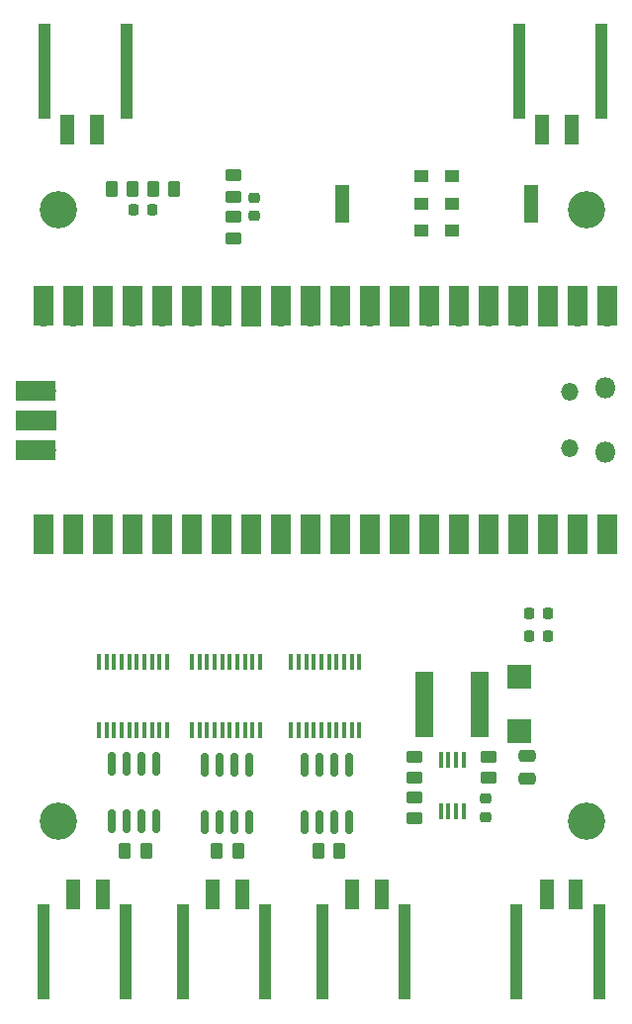
<source format=gts>
%TF.GenerationSoftware,KiCad,Pcbnew,(6.0.5-0)*%
%TF.CreationDate,2022-05-30T23:28:05+01:00*%
%TF.ProjectId,bms,626d732e-6b69-4636-9164-5f7063625858,rev?*%
%TF.SameCoordinates,Original*%
%TF.FileFunction,Soldermask,Top*%
%TF.FilePolarity,Negative*%
%FSLAX46Y46*%
G04 Gerber Fmt 4.6, Leading zero omitted, Abs format (unit mm)*
G04 Created by KiCad (PCBNEW (6.0.5-0)) date 2022-05-30 23:28:05*
%MOMM*%
%LPD*%
G01*
G04 APERTURE LIST*
G04 Aperture macros list*
%AMRoundRect*
0 Rectangle with rounded corners*
0 $1 Rounding radius*
0 $2 $3 $4 $5 $6 $7 $8 $9 X,Y pos of 4 corners*
0 Add a 4 corners polygon primitive as box body*
4,1,4,$2,$3,$4,$5,$6,$7,$8,$9,$2,$3,0*
0 Add four circle primitives for the rounded corners*
1,1,$1+$1,$2,$3*
1,1,$1+$1,$4,$5*
1,1,$1+$1,$6,$7*
1,1,$1+$1,$8,$9*
0 Add four rect primitives between the rounded corners*
20,1,$1+$1,$2,$3,$4,$5,0*
20,1,$1+$1,$4,$5,$6,$7,0*
20,1,$1+$1,$6,$7,$8,$9,0*
20,1,$1+$1,$8,$9,$2,$3,0*%
G04 Aperture macros list end*
%ADD10R,1.240000X2.500000*%
%ADD11R,1.100000X8.200000*%
%ADD12R,0.450000X1.400000*%
%ADD13R,0.450000X1.475000*%
%ADD14R,1.200000X1.000000*%
%ADD15R,1.200000X3.300000*%
%ADD16RoundRect,0.250000X-0.450000X0.262500X-0.450000X-0.262500X0.450000X-0.262500X0.450000X0.262500X0*%
%ADD17RoundRect,0.250000X-0.262500X-0.450000X0.262500X-0.450000X0.262500X0.450000X-0.262500X0.450000X0*%
%ADD18RoundRect,0.250000X0.450000X-0.262500X0.450000X0.262500X-0.450000X0.262500X-0.450000X-0.262500X0*%
%ADD19RoundRect,0.150000X-0.150000X0.825000X-0.150000X-0.825000X0.150000X-0.825000X0.150000X0.825000X0*%
%ADD20C,3.200000*%
%ADD21RoundRect,0.225000X-0.250000X0.225000X-0.250000X-0.225000X0.250000X-0.225000X0.250000X0.225000X0*%
%ADD22R,2.049780X2.049780*%
%ADD23R,3.500000X1.700000*%
%ADD24O,1.700000X1.700000*%
%ADD25R,1.700000X1.700000*%
%ADD26R,1.700000X3.500000*%
%ADD27O,1.800000X1.800000*%
%ADD28O,1.500000X1.500000*%
%ADD29RoundRect,0.225000X-0.225000X-0.250000X0.225000X-0.250000X0.225000X0.250000X-0.225000X0.250000X0*%
%ADD30RoundRect,0.225000X0.250000X-0.225000X0.250000X0.225000X-0.250000X0.225000X-0.250000X-0.225000X0*%
%ADD31RoundRect,0.250000X-0.475000X0.250000X-0.475000X-0.250000X0.475000X-0.250000X0.475000X0.250000X0*%
%ADD32R,1.600000X5.700000*%
G04 APERTURE END LIST*
D10*
%TO.C,J6*%
X115082000Y-92456000D03*
X117582000Y-92456000D03*
D11*
X113112000Y-87526000D03*
X120152000Y-87526000D03*
%TD*%
D10*
%TO.C,J5*%
X74442000Y-92456000D03*
X76942000Y-92456000D03*
D11*
X72472000Y-87526000D03*
X79512000Y-87526000D03*
%TD*%
D10*
%TO.C,J4*%
X77471000Y-157908000D03*
X74971000Y-157908000D03*
D11*
X79441000Y-162838000D03*
X72401000Y-162838000D03*
%TD*%
D10*
%TO.C,J3*%
X101326000Y-157908000D03*
X98826000Y-157908000D03*
D11*
X103296000Y-162838000D03*
X96256000Y-162838000D03*
%TD*%
D10*
%TO.C,J2*%
X89388000Y-157908000D03*
X86888000Y-157908000D03*
D11*
X91358000Y-162838000D03*
X84318000Y-162838000D03*
%TD*%
D10*
%TO.C,J1*%
X117984000Y-157908000D03*
X115484000Y-157908000D03*
D11*
X119954000Y-162838000D03*
X112914000Y-162838000D03*
%TD*%
D12*
%TO.C,IC9*%
X106403000Y-150790000D03*
X107053000Y-150790000D03*
X107703000Y-150790000D03*
X108353000Y-150790000D03*
X108353000Y-146390000D03*
X107703000Y-146390000D03*
X107053000Y-146390000D03*
X106403000Y-146390000D03*
%TD*%
D13*
%TO.C,IC5*%
X77154469Y-143908000D03*
X77804469Y-143908000D03*
X78454469Y-143908000D03*
X79104469Y-143908000D03*
X79754469Y-143908000D03*
X80404469Y-143908000D03*
X81054469Y-143908000D03*
X81704469Y-143908000D03*
X82354469Y-143908000D03*
X83004469Y-143908000D03*
X83004469Y-138032000D03*
X82354469Y-138032000D03*
X81704469Y-138032000D03*
X81054469Y-138032000D03*
X80404469Y-138032000D03*
X79754469Y-138032000D03*
X79104469Y-138032000D03*
X78454469Y-138032000D03*
X77804469Y-138032000D03*
X77154469Y-138032000D03*
%TD*%
%TO.C,IC4*%
X93595000Y-143908000D03*
X94245000Y-143908000D03*
X94895000Y-143908000D03*
X95545000Y-143908000D03*
X96195000Y-143908000D03*
X96845000Y-143908000D03*
X97495000Y-143908000D03*
X98145000Y-143908000D03*
X98795000Y-143908000D03*
X99445000Y-143908000D03*
X99445000Y-138032000D03*
X98795000Y-138032000D03*
X98145000Y-138032000D03*
X97495000Y-138032000D03*
X96845000Y-138032000D03*
X96195000Y-138032000D03*
X95545000Y-138032000D03*
X94895000Y-138032000D03*
X94245000Y-138032000D03*
X93595000Y-138032000D03*
%TD*%
%TO.C,IC3*%
X85095011Y-143908000D03*
X85745011Y-143908000D03*
X86395011Y-143908000D03*
X87045011Y-143908000D03*
X87695011Y-143908000D03*
X88345011Y-143908000D03*
X88995011Y-143908000D03*
X89645011Y-143908000D03*
X90295011Y-143908000D03*
X90945011Y-143908000D03*
X90945011Y-138032000D03*
X90295011Y-138032000D03*
X89645011Y-138032000D03*
X88995011Y-138032000D03*
X88345011Y-138032000D03*
X87695011Y-138032000D03*
X87045011Y-138032000D03*
X86395011Y-138032000D03*
X85745011Y-138032000D03*
X85095011Y-138032000D03*
%TD*%
D14*
%TO.C,IC2*%
X104746000Y-101106000D03*
X104746000Y-98806000D03*
X104746000Y-96506000D03*
D15*
X97946000Y-98806000D03*
%TD*%
D14*
%TO.C,IC1*%
X107344000Y-96506000D03*
X107344000Y-98806000D03*
X107344000Y-101106000D03*
D15*
X114144000Y-98806000D03*
%TD*%
D16*
%TO.C,R7*%
X88646000Y-99938500D03*
X88646000Y-101763500D03*
%TD*%
D17*
%TO.C,R6*%
X83613000Y-97536000D03*
X81788000Y-97536000D03*
%TD*%
D16*
%TO.C,R5*%
X88646000Y-96382500D03*
X88646000Y-98207500D03*
%TD*%
D17*
%TO.C,R4*%
X80057000Y-97536000D03*
X78232000Y-97536000D03*
%TD*%
D16*
%TO.C,R3*%
X104140000Y-149606000D03*
X104140000Y-151431000D03*
%TD*%
%TO.C,R2*%
X110490000Y-146153500D03*
X110490000Y-147978500D03*
%TD*%
D18*
%TO.C,R1*%
X104140000Y-147978500D03*
X104140000Y-146153500D03*
%TD*%
D17*
%TO.C,R10*%
X79351500Y-154178000D03*
X81176500Y-154178000D03*
%TD*%
%TO.C,R9*%
X95914509Y-154178000D03*
X97739509Y-154178000D03*
%TD*%
%TO.C,R8*%
X87221542Y-154178000D03*
X89046542Y-154178000D03*
%TD*%
D19*
%TO.C,IC7*%
X98605009Y-146808249D03*
X97335009Y-146808249D03*
X96065009Y-146808249D03*
X94795009Y-146808249D03*
X94795009Y-151758249D03*
X96065009Y-151758249D03*
X97335009Y-151758249D03*
X98605009Y-151758249D03*
%TD*%
D20*
%TO.C,H2*%
X118872000Y-99314000D03*
%TD*%
%TO.C,H3*%
X118872000Y-151638000D03*
%TD*%
D19*
%TO.C,IC8*%
X90039042Y-151758249D03*
X88769042Y-151758249D03*
X87499042Y-151758249D03*
X86229042Y-151758249D03*
X86229042Y-146808249D03*
X87499042Y-146808249D03*
X88769042Y-146808249D03*
X90039042Y-146808249D03*
%TD*%
D21*
%TO.C,C6*%
X90424000Y-98298000D03*
X90424000Y-99848000D03*
%TD*%
D22*
%TO.C,D1*%
X113093000Y-143936200D03*
X113093000Y-139338800D03*
%TD*%
D23*
%TO.C,U8*%
X71720000Y-119888000D03*
D24*
X72620000Y-119888000D03*
D23*
X71720000Y-117348000D03*
D25*
X72620000Y-117348000D03*
D24*
X72620000Y-114808000D03*
D23*
X71720000Y-114808000D03*
D24*
X120650000Y-126238000D03*
D26*
X120650000Y-127138000D03*
X118110000Y-127138000D03*
D24*
X118110000Y-126238000D03*
D25*
X115570000Y-126238000D03*
D26*
X115570000Y-127138000D03*
D24*
X113030000Y-126238000D03*
D26*
X113030000Y-127138000D03*
X110490000Y-127138000D03*
D24*
X110490000Y-126238000D03*
D26*
X107950000Y-127138000D03*
D24*
X107950000Y-126238000D03*
X105410000Y-126238000D03*
D26*
X105410000Y-127138000D03*
X102870000Y-127138000D03*
D25*
X102870000Y-126238000D03*
D24*
X100330000Y-126238000D03*
D26*
X100330000Y-127138000D03*
D24*
X97790000Y-126238000D03*
D26*
X97790000Y-127138000D03*
X95250000Y-127138000D03*
D24*
X95250000Y-126238000D03*
D26*
X92710000Y-127138000D03*
D24*
X92710000Y-126238000D03*
D26*
X90170000Y-127138000D03*
D25*
X90170000Y-126238000D03*
D26*
X87630000Y-127138000D03*
D24*
X87630000Y-126238000D03*
X85090000Y-126238000D03*
D26*
X85090000Y-127138000D03*
D24*
X82550000Y-126238000D03*
D26*
X82550000Y-127138000D03*
D24*
X80010000Y-126238000D03*
D26*
X80010000Y-127138000D03*
X77470000Y-127138000D03*
D25*
X77470000Y-126238000D03*
D24*
X74930000Y-126238000D03*
D26*
X74930000Y-127138000D03*
D24*
X72390000Y-126238000D03*
D26*
X72390000Y-127138000D03*
X72390000Y-107558000D03*
D24*
X72390000Y-108458000D03*
X74930000Y-108458000D03*
D26*
X74930000Y-107558000D03*
D25*
X77470000Y-108458000D03*
D26*
X77470000Y-107558000D03*
X80010000Y-107558000D03*
D24*
X80010000Y-108458000D03*
X82550000Y-108458000D03*
D26*
X82550000Y-107558000D03*
X85090000Y-107558000D03*
D24*
X85090000Y-108458000D03*
X87630000Y-108458000D03*
D26*
X87630000Y-107558000D03*
D25*
X90170000Y-108458000D03*
D26*
X90170000Y-107558000D03*
D24*
X92710000Y-108458000D03*
D26*
X92710000Y-107558000D03*
D24*
X95250000Y-108458000D03*
D26*
X95250000Y-107558000D03*
D24*
X97790000Y-108458000D03*
D26*
X97790000Y-107558000D03*
X100330000Y-107558000D03*
D24*
X100330000Y-108458000D03*
D26*
X102870000Y-107558000D03*
D25*
X102870000Y-108458000D03*
D24*
X105410000Y-108458000D03*
D26*
X105410000Y-107558000D03*
X107950000Y-107558000D03*
D24*
X107950000Y-108458000D03*
X110490000Y-108458000D03*
D26*
X110490000Y-107558000D03*
X113030000Y-107558000D03*
D24*
X113030000Y-108458000D03*
D25*
X115570000Y-108458000D03*
D26*
X115570000Y-107558000D03*
D24*
X118110000Y-108458000D03*
D26*
X118110000Y-107558000D03*
D24*
X120650000Y-108458000D03*
D26*
X120650000Y-107558000D03*
D27*
X120520000Y-120073000D03*
X120520000Y-114623000D03*
D28*
X117490000Y-119773000D03*
X117490000Y-114923000D03*
%TD*%
D29*
%TO.C,C2*%
X114020000Y-133921500D03*
X115570000Y-133921500D03*
%TD*%
D30*
%TO.C,C1*%
X110236000Y-151302500D03*
X110236000Y-149752500D03*
%TD*%
D19*
%TO.C,IC6*%
X82042000Y-146750000D03*
X80772000Y-146750000D03*
X79502000Y-146750000D03*
X78232000Y-146750000D03*
X78232000Y-151700000D03*
X79502000Y-151700000D03*
X80772000Y-151700000D03*
X82042000Y-151700000D03*
%TD*%
D29*
%TO.C,C3*%
X114020000Y-135826500D03*
X115570000Y-135826500D03*
%TD*%
D20*
%TO.C,H4*%
X73660000Y-151638000D03*
%TD*%
D31*
%TO.C,C4*%
X113792000Y-146116000D03*
X113792000Y-148016000D03*
%TD*%
D29*
%TO.C,C5*%
X81697500Y-99314000D03*
X80147500Y-99314000D03*
%TD*%
D32*
%TO.C,L1*%
X105028000Y-141637500D03*
X109728000Y-141637500D03*
%TD*%
D20*
%TO.C,H1*%
X73660000Y-99314000D03*
%TD*%
M02*

</source>
